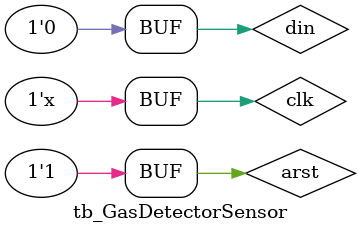
<source format=v>
`timescale 1ns / 1ps


module tb_GasDetectorSensor;

	// Inputs
	reg arst;
	reg clk;
	reg din;

	// Outputs
	wire [2:0] dout;
	// wire [4:0] current_state, next_state;

	// Instantiate the Unit Under Test (UUT)
	GasDetectorSensor uut (
		.arst(arst), 
		.clk(clk), 
		.din(din), 
		.dout(dout)
		// .current_state(current_state),
		// .next_state(next_state)
	);

	initial begin
		// Initialize Inputs
		arst = 0;
		clk = 0;
		din = 0;
		
		// Reset
		#10 arst = 1;
		
		/*
		// Gas 1
		#20 din = 1;
		#20 din = 0;
		#20 din = 1;
		#20 din = 1;
		#20 din = 1;
		#20 din = 0;
		#20 din = 1;
		#20 din = 0;
		#20 din = 1;
		#20 din = 0;		
		*/
				
		/*
		// Gas 2
		#20 din = 1;
		#20 din = 0;
		#20 din = 1;
		#20 din = 0;
		#20 din = 1;
		#20 din = 0;
		#20 din = 0;
		#20 din = 1;
		#20 din = 0;
		#20 din = 0;
		#20 din = 1;
		#20 din = 1;
		*/
		
		/*
		// Gas 3
		#20 din = 1;
		#20 din = 0;
		#20 din = 0;
		#20 din = 1;
		#20 din = 0;
		#20 din = 0;
		#20 din = 1;
		#20 din = 0;
		#20 din = 0;
		*/
		
		/*
		// Random
		#20 din = 1;
		#20 din = 1;
		#20 din = 0;
		#20 din = 1;
		#20 din = 0;
		#20 din = 0;
		#20 din = 1;
		#20 din = 1;
		#20 din = 0;
		#20 din = 0;
		#20 din = 1;
		#20 din = 0;
		#20 din = 0;
		#20 din = 1;
		#20 din = 0;
		#20 din = 0;
		#20 din = 1;
		#20 din = 0;
		#20 din = 1;
		#20 din = 1;
		#20 din = 0;
		#20 din = 0;
		#20 din = 0;
		#20 din = 1;
		#20 din = 1;
		#20 din = 0;
		#20 din = 1;
		#20 din = 1;
		#20 din = 0;
		#20 din = 1;
		#20 din = 0;
		#20 din = 1;
		#20 din = 1;
		*/		
	end
	
	always #10 clk = ~clk;
      
endmodule


</source>
